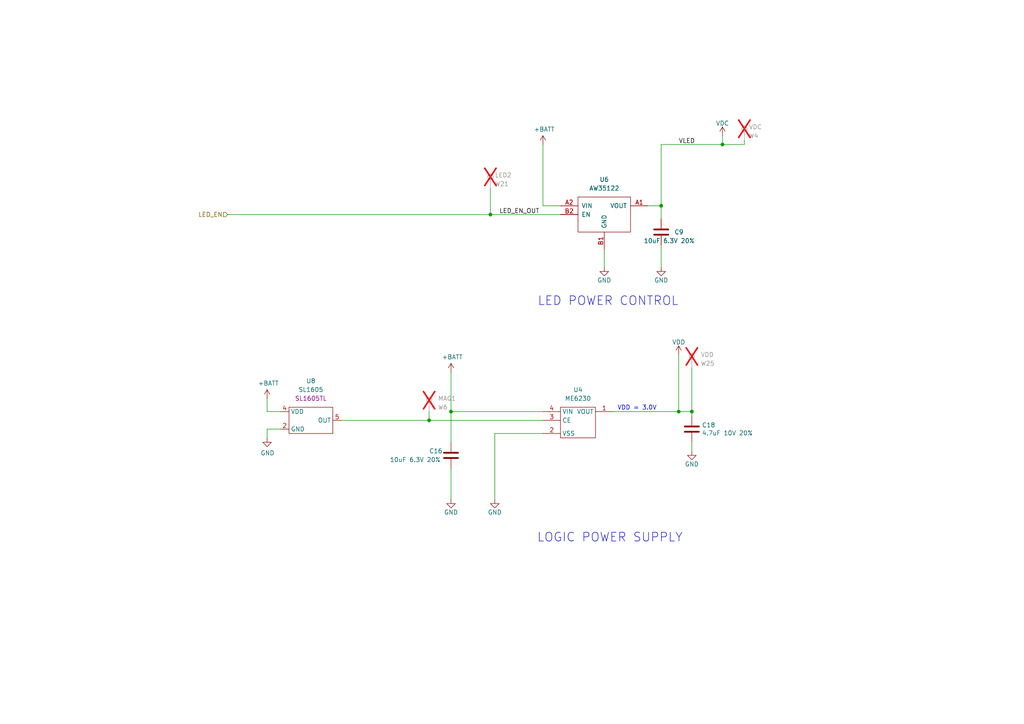
<source format=kicad_sch>
(kicad_sch (version 20250114) (generator "eeschema") (generator_version "9.0")
  (paper "A4")
  (title_block (title "Pixels D6 Schematic, Main") (date "2025-10-12") (rev "11") (company "Systemic Games, LLC") (comment 1 "Power Regulation"))
  (lib_symbols
    (symbol "Device:C" (pin_numbers (hide yes)) (pin_names (offset 0.254))
      (property "Reference" "C" (at 0.635 2.54 0))
      (property "Value" "C" (at 0.635 -2.54 0))
      (symbol "C_0_1"
        (polyline (pts (xy -2.032 0.762) (xy 2.032 0.762)) (stroke (width 0.508)))
        (polyline (pts (xy -2.032 -0.762) (xy 2.032 -0.762)) (stroke (width 0.508)))
      )
      (symbol "C_1_1"
        (pin passive line (at 0 3.81 270) (length 2.794) (name "~") (number "1"))
        (pin passive line (at 0 -3.81 90) (length 2.794) (name "~") (number "2"))
      )
    )
    (symbol "Pixels-dice:AW35122" (pin_names (offset 1.016))
      (property "Reference" "U" (at 6.35 -6.35 0))
      (property "Value" "AW35122" (at 0 6.35 0))
      (symbol "AW35122_0_1"
        (rectangle (start -7.62 5.08) (end 7.62 -5.08))
      )
      (symbol "AW35122_1_1"
        (pin power_in line (at -12.7 2.54 0) (length 5.08) (name "VIN") (number "A2"))
        (pin input line (at -12.7 0 0) (length 5.08) (name "EN") (number "B2"))
        (pin power_in line (at 0 -10.16 90) (length 5.08) (name "GND") (number "B1"))
        (pin power_out line (at 12.7 2.54 180) (length 5.08) (name "VOUT") (number "A1"))
      )
    )
    (symbol "Pixels-dice:ME6230-FBP1*1-4"
      (property "Reference" "U" (at 1.778 -6.604 0))
      (symbol "ME6230-FBP1*1-4_0_1"
        (rectangle (start -5.08 3.81) (end 5.08 -5.08))
      )
      (symbol "ME6230-FBP1*1-4_1_1"
        (pin power_in line (at -10.16 2.54 0) (length 5.08) (name "VIN") (number "4"))
        (pin input line (at -10.16 0 0) (length 5.08) (name "CE") (number "3"))
        (pin power_in line (at -10.16 -3.81 0) (length 5.08) (name "VSS") (number "2"))
        (pin power_out line (at 10.16 2.54 180) (length 5.08) (name "VOUT") (number "1"))
      )
    )
    (symbol "Pixels-dice:SL1605"
      (property "Reference" "U" (at 4.064 -5.08 0))
      (property "Value" "SL1605" (at 0 5.588 0))
      (symbol "SL1605_0_1"
        (rectangle (start -6.35 3.81) (end 6.35 -3.81))
      )
      (symbol "SL1605_1_1"
        (pin power_in line (at -8.89 2.54 0) (length 2.54) (name "VDD") (number "4"))
        (pin power_in line (at -8.89 -2.54 0) (length 2.54) (name "GND") (number "2"))
        (pin output line (at 8.89 0 180) (length 2.54) (name "OUT") (number "5"))
      )
    )
    (symbol "Pixels-dice:TEST_1P-conn" (pin_numbers (hide yes)) (pin_names (offset 0.762) (hide yes))
      (property "Reference" "W" (at 0 6.858 0))
      (property "Value" "TEST_1P-conn" (at 0 5.08 0))
      (symbol "TEST_1P-conn_0_1"
        (circle (center 0 3.302) (radius 0.762))
      )
      (symbol "TEST_1P-conn_1_1"
        (pin passive line (at 0 0 90) (length 2.54) (name "1") (number "1"))
      )
    )
    (symbol "power:+BATT" (power) (pin_names (offset 0))
      (property "Value" "+BATT" (at 0 3.556 0))
      (symbol "+BATT_0_1"
        (polyline (pts (xy -0.762 1.27) (xy 0 2.54)))
        (polyline (pts (xy 0 2.54) (xy 0.762 1.27)))
        (polyline (pts (xy 0 0) (xy 0 2.54)))
      )
      (symbol "+BATT_1_1"
        (pin power_in line (at 0 0 90) (length 0) (hide yes) (name "+BATT") (number "1"))
      )
    )
    (symbol "power:GND" (power) (pin_names (offset 0))
      (property "Value" "GND" (at 0 -3.81 0))
      (symbol "GND_0_1"
        (polyline (pts (xy 0 0) (xy 0 -1.27) (xy 1.27 -1.27) (xy 0 -2.54) (xy -1.27 -1.27) (xy 0 -1.27)))
      )
      (symbol "GND_1_1"
        (pin power_in line (at 0 0 270) (length 0) (hide yes) (name "GND") (number "1"))
      )
    )
    (symbol "power:VDC" (power) (pin_names (offset 0))
      (property "Value" "VDC" (at 0 6.35 0))
      (symbol "VDC_0_1"
        (polyline (pts (xy -0.762 1.27) (xy 0 2.54)))
        (polyline (pts (xy 0 2.54) (xy 0.762 1.27)))
        (polyline (pts (xy 0 0) (xy 0 2.54)))
      )
      (symbol "VDC_1_1"
        (pin power_in line (at 0 0 90) (length 0) (hide yes) (name "VDC") (number "1"))
      )
    )
    (symbol "power:VDD" (power) (pin_names (offset 0))
      (property "Value" "VDD" (at 0 3.81 0))
      (symbol "VDD_0_1"
        (polyline (pts (xy -0.762 1.27) (xy 0 2.54)))
        (polyline (pts (xy 0 2.54) (xy 0.762 1.27)))
        (polyline (pts (xy 0 0) (xy 0 2.54)))
      )
      (symbol "VDD_1_1"
        (pin power_in line (at 0 0 90) (length 0) (hide yes) (name "VDD") (number "1"))
      )
    )
  )
  (text "LOGIC POWER SUPPLY" (at 198.12 157.48 0) (effects (font (size 2.54 2.54)) (justify right bottom)))
  (text "LED POWER CONTROL" (at 196.85 88.9 0) (effects (font (size 2.54 2.54)) (justify right bottom)))
  (text "VDD = 3.0V" (at 190.5 119.126 0) (effects (font (size 1.27 1.27)) (justify right bottom)))
  (junction (at 142.24 62.23))
  (junction (at 209.55 41.91))
  (junction (at 200.66 119.38))
  (junction (at 124.46 121.92))
  (junction (at 191.77 59.69))
  (junction (at 130.81 119.38))
  (junction (at 196.85 119.38))
  (wire (pts (xy 200.66 119.38) (xy 200.66 120.65)))
  (wire (pts (xy 215.9 41.91) (xy 209.55 41.91)))
  (wire (pts (xy 77.47 115.57) (xy 77.47 119.38)))
  (wire (pts (xy 77.47 119.38) (xy 81.28 119.38)))
  (wire (pts (xy 77.47 124.46) (xy 77.47 127)))
  (wire (pts (xy 175.26 72.39) (xy 175.26 77.47)))
  (wire (pts (xy 200.66 106.68) (xy 200.66 119.38)))
  (wire (pts (xy 66.04 62.23) (xy 142.24 62.23)))
  (wire (pts (xy 157.48 125.73) (xy 143.51 125.73)))
  (wire (pts (xy 196.85 102.87) (xy 196.85 119.38)))
  (wire (pts (xy 81.28 124.46) (xy 77.47 124.46)))
  (wire (pts (xy 191.77 63.5) (xy 191.77 59.69)))
  (wire (pts (xy 209.55 41.91) (xy 191.77 41.91)))
  (wire (pts (xy 162.56 59.69) (xy 157.48 59.69)))
  (wire (pts (xy 143.51 125.73) (xy 143.51 144.78)))
  (wire (pts (xy 130.81 107.95) (xy 130.81 119.38)))
  (wire (pts (xy 142.24 62.23) (xy 162.56 62.23)))
  (wire (pts (xy 209.55 39.37) (xy 209.55 41.91)))
  (wire (pts (xy 124.46 119.38) (xy 124.46 121.92)))
  (wire (pts (xy 196.85 119.38) (xy 200.66 119.38)))
  (wire (pts (xy 187.96 59.69) (xy 191.77 59.69)))
  (wire (pts (xy 157.48 41.91) (xy 157.48 59.69)))
  (wire (pts (xy 200.66 128.27) (xy 200.66 130.81)))
  (wire (pts (xy 142.24 54.61) (xy 142.24 62.23)))
  (wire (pts (xy 99.06 121.92) (xy 124.46 121.92)))
  (wire (pts (xy 124.46 121.92) (xy 157.48 121.92)))
  (wire (pts (xy 191.77 41.91) (xy 191.77 59.69)))
  (wire (pts (xy 130.81 119.38) (xy 157.48 119.38)))
  (wire (pts (xy 191.77 71.12) (xy 191.77 77.47)))
  (wire (pts (xy 130.81 119.38) (xy 130.81 128.27)))
  (wire (pts (xy 130.81 135.89) (xy 130.81 144.78)))
  (wire (pts (xy 215.9 40.64) (xy 215.9 41.91)))
  (wire (pts (xy 177.8 119.38) (xy 196.85 119.38)))
  (label "VLED" (at 196.85 41.91 0))
  (label "LED_EN_OUT" (at 144.78 62.23 0))
  (hierarchical_label "LED_EN" (shape input) (at 66.04 62.23 180))
  (symbol (lib_id "Pixels-dice:TEST_1P-conn") (at 142.24 54.61 0) (unit 1) (in_bom no) (dnp yes)
    (property "Reference" "W21" (at 143.51 53.34 0) (effects (justify left)))
    (property "Value" "LED2" (at 143.51 50.8 0) (effects (justify left)))
    (property "Footprint" "Pixels-dice:TEST_PIN" (effects (hide yes)))
    (property "Generic OK" "N/A" (effects (hide yes)))
  )
  (symbol (lib_id "power:+BATT") (at 157.48 41.91 0) (unit 1)
    (property "Reference" "#PWR033" (effects (hide yes)))
    (property "Value" "+BATT" (at 157.861 37.5158 0))
  )
  (symbol (lib_id "Device:C") (at 200.66 124.46 0) (unit 1)
    (property "Reference" "C18" (at 203.581 123.2916 0) (effects (justify left)))
    (property "Value" "4.7uF 10V 20%" (at 203.581 125.603 0) (effects (justify left)))
    (property "Footprint" "Pixels-dice:C_0402_1005Metric" (effects (hide yes)))
    (property "Generic OK" "YES" (effects (hide yes)))
    (property "Manufacturer" "HRE" (effects (hide yes)))
    (property "Part Number" "CGA0402X5R475M100GT" (effects (hide yes)))
    (property "Alternate Manufacturer" "Samsung Electro-Mechanics" (effects (hide yes)))
    (property "Alternate PN" "CL05A475MP5NRNC" (effects (hide yes)))
    (property "Alternate LCSC Part #" "C23733" (effects (hide yes)))
    (property "LCSC Part #" "C1849652" (effects (hide yes)))
  )
  (symbol (lib_id "power:GND") (at 200.66 130.81 0) (unit 1)
    (property "Reference" "#PWR028" (effects (hide yes)))
    (property "Value" "GND" (at 200.66 134.62 0))
  )
  (symbol (lib_id "power:GND") (at 130.81 144.78 0) (unit 1)
    (property "Reference" "#PWR029" (effects (hide yes)))
    (property "Value" "GND" (at 130.81 148.59 0))
  )
  (symbol (lib_id "power:GND") (at 175.26 77.47 0) (unit 1)
    (property "Reference" "#PWR038" (effects (hide yes)))
    (property "Value" "GND" (at 175.26 81.28 0))
  )
  (symbol (lib_id "Device:C") (at 130.81 132.08 0) (unit 1)
    (property "Reference" "C16" (at 124.46 130.81 0) (effects (justify left)))
    (property "Value" "10uF 6.3V 20%" (at 113.03 133.35 0) (effects (justify left)))
    (property "Footprint" "Pixels-dice:C_0402_1005Metric" (effects (hide yes)))
    (property "Generic OK" "YES" (effects (hide yes)))
    (property "Manufacturer" "HRE" (effects (hide yes)))
    (property "Part Number" "CGA0402X5R106M6R3GT" (effects (hide yes)))
    (property "LCSC Part #" "C23692971" (effects (hide yes)))
  )
  (symbol (lib_id "power:+BATT") (at 130.81 107.95 0) (unit 1)
    (property "Reference" "#PWR025" (effects (hide yes)))
    (property "Value" "+BATT" (at 131.191 103.5558 0))
  )
  (symbol (lib_id "Pixels-dice:TEST_1P-conn") (at 200.66 106.68 0) (unit 1) (in_bom no) (dnp yes)
    (property "Reference" "W25" (at 203.2 105.41 0) (effects (justify left)))
    (property "Value" "VDD" (at 203.2 102.87 0) (effects (justify left)))
    (property "Footprint" "Pixels-dice:TEST_PIN" (effects (hide yes)))
    (property "Generic OK" "N/A" (effects (hide yes)))
  )
  (symbol (lib_id "Device:C") (at 191.77 67.31 0) (unit 1)
    (property "Reference" "C9" (at 195.58 67.31 0) (effects (justify left)))
    (property "Value" "10uF 6.3V 20%" (at 186.69 69.85 0) (effects (justify left)))
    (property "Footprint" "Pixels-dice:C_0402_1005Metric" (effects (hide yes)))
    (property "Generic OK" "YES" (effects (hide yes)))
    (property "Manufacturer" "HRE" (effects (hide yes)))
    (property "Part Number" "CGA0402X5R106M6R3GT" (effects (hide yes)))
    (property "LCSC Part #" "C23692971" (effects (hide yes)))
  )
  (symbol (lib_id "power:GND") (at 191.77 77.47 0) (unit 1)
    (property "Reference" "#PWR0142" (effects (hide yes)))
    (property "Value" "GND" (at 191.77 81.28 0))
  )
  (symbol (lib_id "power:GND") (at 77.47 127 0) (unit 1)
    (property "Reference" "#PWR045" (effects (hide yes)))
    (property "Value" "GND" (at 77.597 131.3942 0))
  )
  (symbol (lib_id "power:VDC") (at 209.55 39.37 0) (unit 1)
    (property "Reference" "#PWR026" (effects (hide yes)))
    (property "Value" "VDC" (at 209.55 35.7655 0))
  )
  (symbol (lib_id "power:+BATT") (at 77.47 115.57 0) (unit 1)
    (property "Reference" "#PWR017" (effects (hide yes)))
    (property "Value" "+BATT" (at 77.851 111.1758 0))
  )
  (symbol (lib_id "Pixels-dice:TEST_1P-conn") (at 124.46 119.38 0) (unit 1) (in_bom no) (dnp yes)
    (property "Reference" "W6" (at 127 118.11 0) (effects (justify left)))
    (property "Value" "MAG1" (at 127 115.57 0) (effects (justify left)))
    (property "Footprint" "Pixels-dice:TEST_PIN" (effects (hide yes)))
    (property "Generic OK" "N/A" (effects (hide yes)))
  )
  (symbol (lib_id "power:GND") (at 143.51 144.78 0) (unit 1)
    (property "Reference" "#PWR031" (effects (hide yes)))
    (property "Value" "GND" (at 143.51 148.59 0))
  )
  (symbol (lib_id "Pixels-dice:ME6230-FBP1*1-4") (at 167.64 121.92 0) (unit 1)
    (property "Reference" "U4" (at 167.64 113.03 0))
    (property "Value" "ME6230" (at 167.64 115.57 0))
    (property "Footprint" "Pixels-dice:FPB1_1-4" (effects (hide yes)))
    (property "Manufacturer" "MICRONE(Nanjing Micro One Elec)" (effects (hide yes)))
    (property "Part Number" "ME6230C30U4AG" (effects (hide yes)))
    (property "Alternate Manufacturer" "ChipLink Tech" (effects (hide yes)))
    (property "Alternate PN" "CL9906A30F4N" (effects (hide yes)))
    (property "Alternate LCSC Part #" "C5297658" (effects (hide yes)))
    (property "LCSC Part #" "C2925772" (effects (hide yes)))
  )
  (symbol (lib_id "Pixels-dice:SL1605") (at 90.17 121.92 0) (unit 1)
    (property "Reference" "U8" (at 90.17 110.49 0))
    (property "Value" "SL1605" (at 90.17 113.03 0))
    (property "Footprint" "Package_TO_SOT_SMD:SOT-553" (effects (hide yes)))
    (property "Manufacturer" "Slkor(SLKORMICRO Elec.)" (effects (hide yes)))
    (property "Part Number" "SL1605TL" (at 90.17 115.57 0))
    (property "LCSC Part #" "C2826474" (effects (hide yes)))
  )
  (symbol (lib_id "Pixels-dice:TEST_1P-conn") (at 215.9 40.64 0) (unit 1) (in_bom no) (dnp yes)
    (property "Reference" "W4" (at 217.17 39.37 0) (effects (justify left)))
    (property "Value" "VDC" (at 217.17 36.83 0) (effects (justify left)))
    (property "Footprint" "Pixels-dice:TEST_PIN" (effects (hide yes)))
    (property "Generic OK" "N/A" (effects (hide yes)))
  )
  (symbol (lib_id "power:VDD") (at 196.85 102.87 0) (unit 1)
    (property "Reference" "#PWR027" (effects (hide yes)))
    (property "Value" "VDD" (at 196.85 99.2655 0))
  )
  (symbol (lib_id "Pixels-dice:AW35122") (at 175.26 62.23 0) (unit 1)
    (property "Reference" "U6" (at 175.26 52.07 0))
    (property "Value" "AW35122" (at 175.26 54.61 0))
    (property "Footprint" "Pixels-dice:AW35122" (effects (hide yes)))
    (property "Manufacturer" "AWINIC(Shanghai Awinic Tech)" (effects (hide yes)))
    (property "Part Number" "AW35122FDR" (effects (hide yes)))
    (property "LCSC Part #" "C5125911" (effects (hide yes)))
  )
)
</source>
